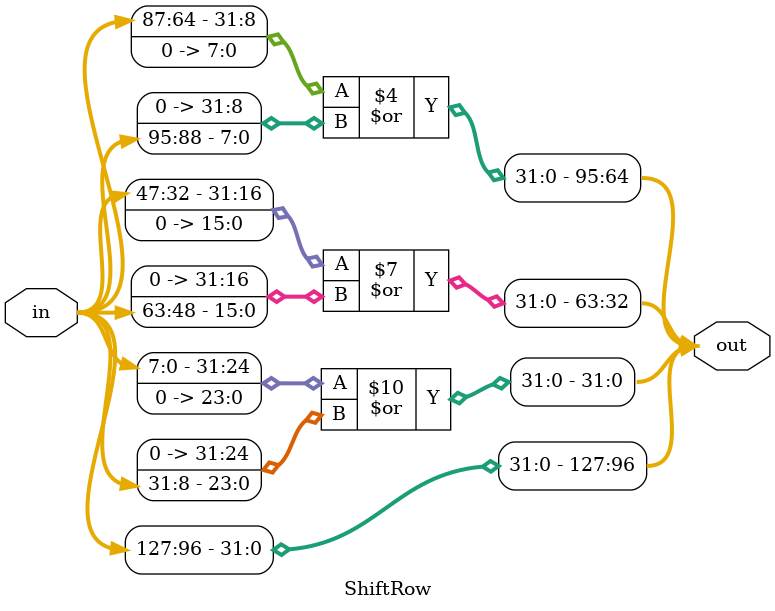
<source format=sv>

/*
    assume the input is a 16x16 byte matrix
    input:          output: 
    87 F2 4D 97 ---> 87 F2 4D 97
    EC 6E 4C 90 ---> 6E 4C 90 EC
    4A C3 46 E7 ---> 46 E7 4A C3
    8C D8 95 A6 ---> A6 8C D8 95 
*/


module ShiftRow (
    input logic [127:0] in,
    output logic [127:0] out
);

    always_comb begin
        // 1st row unchanged
        out[127:96] = in[127:96];
        // 2nd row 1-byte circular left shift 
        out[95:64] = (in[95:64] << 8) | (in[95:64] >> 24);
        // 3rd row 2-byte circular left shift 
        out[63:32] = (in[63:32] << 16) | (in[63:32] >> 16);
        // 4th row 3-byte circular left shift 
        out[31:0] = (in[31:0] << 24) | (in[31:0] >> 8);
    end

endmodule

</source>
